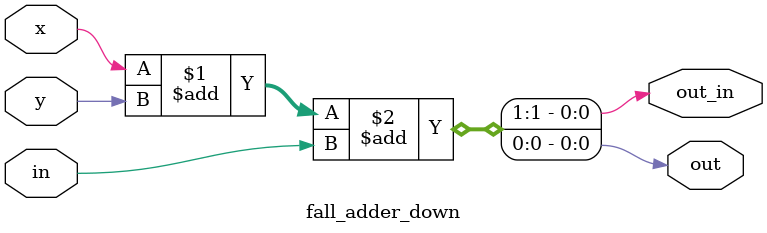
<source format=v>
module fall_adder_down (
    input x,y,in,
    output out_in,out
);
    assign {out_in,out}=x+y+in;
endmodule
</source>
